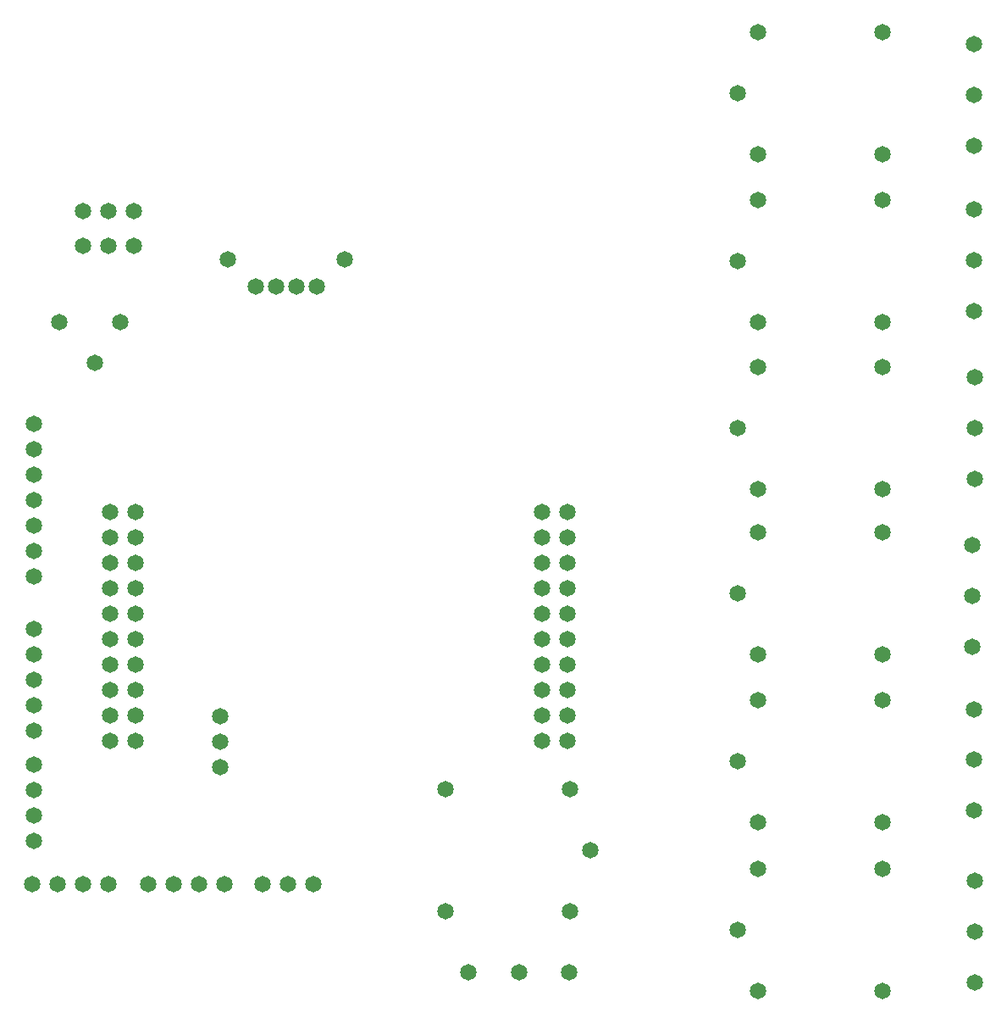
<source format=gbr>
G04 CAM350 V10.0.1 (Build 312) Date:  Fri Jul 29 09:56:06 2016 *
G04 Database: C:\arctmp\odbjob_v7\odbjob_v7.cam *
G04 Layer 5: smb *
%FSLAX23Y23*%
%MOIN*%
%SFA1.000B1.000*%

%MIA0B0*%
%IPPOS*%
%ADD10C,0.00000*%
%ADD15C,0.06500*%
%LNsmb*%
%LPD*%
G54D10*
X15700Y8010D03*
X16000Y7910D03*
X16900Y6950D03*
X16533Y7717D03*
X17575Y8345D03*
X16615Y7550D03*
X17765Y9065D03*
X16625Y7485D03*
X17810Y9735D03*
X16650Y7385D03*
X17650Y7110D03*
X17725Y7165D03*
X16640Y7435D03*
X17695Y7675D03*
X16690Y7335D03*
X17790Y6515D03*
X16230Y7585D03*
X17080Y8020D03*
X16395Y7435D03*
X17085Y7260D03*
X16395Y7380D03*
X17090Y6700D03*
X16395Y7320D03*
X17095Y5985D03*
X16245Y6290D03*
Y7285D03*
X16210Y7535D03*
X17095Y8575D03*
X16204Y7485D03*
X17060Y9235D03*
G54D15*
X14902Y8595D03*
X15140D03*
X15040Y8435D03*
X15915Y8735D03*
X15835D03*
X15755D03*
X15675D03*
X15564Y8842D03*
X16026D03*
X16910Y6760D03*
Y6280D03*
X16990Y6520D03*
X16420Y6760D03*
Y6280D03*
X17650Y5965D03*
Y6445D03*
X17570Y6205D03*
X18140Y5965D03*
Y6445D03*
X17650Y6630D03*
Y7110D03*
X17570Y6870D03*
X18140Y6630D03*
Y7110D03*
X17650Y7290D03*
Y7770D03*
X17570Y7530D03*
X18140Y7290D03*
Y7770D03*
X17650Y7940D03*
Y8420D03*
X17570Y8180D03*
X18140Y7940D03*
Y8420D03*
X17650Y8595D03*
Y9075D03*
X17570Y8835D03*
X18140Y8595D03*
Y9075D03*
X17650Y9255D03*
Y9735D03*
X17570Y9495D03*
X18140Y9255D03*
Y9735D03*
X16909Y6040D03*
X16710D03*
X16511D03*
X18505Y6399D03*
Y6200D03*
Y6001D03*
X18500Y7074D03*
Y6875D03*
Y6676D03*
X18495Y7719D03*
Y7520D03*
Y7321D03*
X18505Y8379D03*
Y8180D03*
Y7981D03*
X18500Y9039D03*
Y8840D03*
Y8641D03*
Y9689D03*
Y9490D03*
Y9291D03*
X15535Y7045D03*
Y6945D03*
Y6845D03*
X15700Y6385D03*
X15800D03*
X15900D03*
X15550D03*
X15450D03*
X15350D03*
X15250D03*
X15095D03*
X14995D03*
X14895D03*
X14795D03*
X14800Y6555D03*
Y6655D03*
Y6755D03*
Y6855D03*
Y7390D03*
Y7290D03*
Y7190D03*
Y7090D03*
Y6990D03*
Y7595D03*
Y7695D03*
Y7795D03*
Y7895D03*
Y7995D03*
Y8095D03*
Y8195D03*
X14995Y8896D03*
X15095D03*
X15195D03*
Y9034D03*
X15095D03*
X14995D03*
X15100Y7850D03*
Y7750D03*
Y7650D03*
Y7550D03*
Y7450D03*
Y7350D03*
Y7250D03*
Y7150D03*
Y7050D03*
Y6950D03*
X16900D03*
Y7050D03*
Y7150D03*
Y7250D03*
Y7350D03*
Y7450D03*
Y7550D03*
Y7650D03*
Y7750D03*
Y7850D03*
X15200D03*
Y7750D03*
Y7650D03*
Y7550D03*
Y7450D03*
Y7350D03*
Y7250D03*
Y7150D03*
Y7050D03*
Y6950D03*
X16800D03*
Y7050D03*
Y7150D03*
Y7250D03*
Y7350D03*
Y7450D03*
Y7550D03*
Y7650D03*
Y7750D03*
Y7850D03*
M02*

</source>
